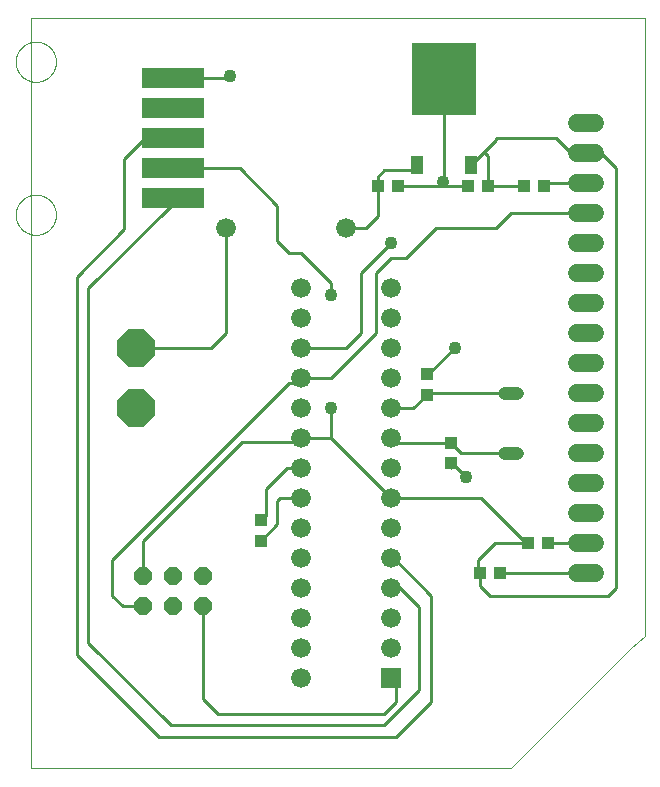
<source format=gtl>
G75*
%MOIN*%
%OFA0B0*%
%FSLAX25Y25*%
%IPPOS*%
%LPD*%
%AMOC8*
5,1,8,0,0,1.08239X$1,22.5*
%
%ADD10C,0.00000*%
%ADD11R,0.03937X0.04331*%
%ADD12R,0.04331X0.03937*%
%ADD13C,0.06600*%
%ADD14OC8,0.12400*%
%ADD15R,0.21260X0.24409*%
%ADD16R,0.03937X0.06299*%
%ADD17OC8,0.06000*%
%ADD18C,0.04400*%
%ADD19R,0.06600X0.06600*%
%ADD20R,0.21000X0.06500*%
%ADD21C,0.06000*%
%ADD22C,0.01000*%
%ADD23C,0.04356*%
D10*
X0016500Y0001000D02*
X0016500Y0250961D01*
X0221107Y0250961D01*
X0221107Y0045173D01*
X0216500Y0041000D01*
X0176500Y0001000D01*
X0016500Y0001000D01*
X0011500Y0185500D02*
X0011502Y0185664D01*
X0011508Y0185829D01*
X0011518Y0185993D01*
X0011532Y0186157D01*
X0011550Y0186320D01*
X0011573Y0186483D01*
X0011599Y0186645D01*
X0011629Y0186807D01*
X0011663Y0186968D01*
X0011701Y0187128D01*
X0011743Y0187287D01*
X0011788Y0187445D01*
X0011838Y0187602D01*
X0011892Y0187757D01*
X0011949Y0187911D01*
X0012010Y0188064D01*
X0012075Y0188215D01*
X0012143Y0188365D01*
X0012215Y0188512D01*
X0012291Y0188658D01*
X0012370Y0188802D01*
X0012453Y0188944D01*
X0012539Y0189084D01*
X0012629Y0189222D01*
X0012722Y0189358D01*
X0012819Y0189491D01*
X0012918Y0189622D01*
X0013021Y0189750D01*
X0013127Y0189876D01*
X0013236Y0189999D01*
X0013348Y0190120D01*
X0013462Y0190238D01*
X0013580Y0190352D01*
X0013701Y0190464D01*
X0013824Y0190573D01*
X0013950Y0190679D01*
X0014078Y0190782D01*
X0014209Y0190881D01*
X0014342Y0190978D01*
X0014478Y0191071D01*
X0014616Y0191161D01*
X0014756Y0191247D01*
X0014898Y0191330D01*
X0015042Y0191409D01*
X0015188Y0191485D01*
X0015335Y0191557D01*
X0015485Y0191625D01*
X0015636Y0191690D01*
X0015789Y0191751D01*
X0015943Y0191808D01*
X0016098Y0191862D01*
X0016255Y0191912D01*
X0016413Y0191957D01*
X0016572Y0191999D01*
X0016732Y0192037D01*
X0016893Y0192071D01*
X0017055Y0192101D01*
X0017217Y0192127D01*
X0017380Y0192150D01*
X0017543Y0192168D01*
X0017707Y0192182D01*
X0017871Y0192192D01*
X0018036Y0192198D01*
X0018200Y0192200D01*
X0018364Y0192198D01*
X0018529Y0192192D01*
X0018693Y0192182D01*
X0018857Y0192168D01*
X0019020Y0192150D01*
X0019183Y0192127D01*
X0019345Y0192101D01*
X0019507Y0192071D01*
X0019668Y0192037D01*
X0019828Y0191999D01*
X0019987Y0191957D01*
X0020145Y0191912D01*
X0020302Y0191862D01*
X0020457Y0191808D01*
X0020611Y0191751D01*
X0020764Y0191690D01*
X0020915Y0191625D01*
X0021065Y0191557D01*
X0021212Y0191485D01*
X0021358Y0191409D01*
X0021502Y0191330D01*
X0021644Y0191247D01*
X0021784Y0191161D01*
X0021922Y0191071D01*
X0022058Y0190978D01*
X0022191Y0190881D01*
X0022322Y0190782D01*
X0022450Y0190679D01*
X0022576Y0190573D01*
X0022699Y0190464D01*
X0022820Y0190352D01*
X0022938Y0190238D01*
X0023052Y0190120D01*
X0023164Y0189999D01*
X0023273Y0189876D01*
X0023379Y0189750D01*
X0023482Y0189622D01*
X0023581Y0189491D01*
X0023678Y0189358D01*
X0023771Y0189222D01*
X0023861Y0189084D01*
X0023947Y0188944D01*
X0024030Y0188802D01*
X0024109Y0188658D01*
X0024185Y0188512D01*
X0024257Y0188365D01*
X0024325Y0188215D01*
X0024390Y0188064D01*
X0024451Y0187911D01*
X0024508Y0187757D01*
X0024562Y0187602D01*
X0024612Y0187445D01*
X0024657Y0187287D01*
X0024699Y0187128D01*
X0024737Y0186968D01*
X0024771Y0186807D01*
X0024801Y0186645D01*
X0024827Y0186483D01*
X0024850Y0186320D01*
X0024868Y0186157D01*
X0024882Y0185993D01*
X0024892Y0185829D01*
X0024898Y0185664D01*
X0024900Y0185500D01*
X0024898Y0185336D01*
X0024892Y0185171D01*
X0024882Y0185007D01*
X0024868Y0184843D01*
X0024850Y0184680D01*
X0024827Y0184517D01*
X0024801Y0184355D01*
X0024771Y0184193D01*
X0024737Y0184032D01*
X0024699Y0183872D01*
X0024657Y0183713D01*
X0024612Y0183555D01*
X0024562Y0183398D01*
X0024508Y0183243D01*
X0024451Y0183089D01*
X0024390Y0182936D01*
X0024325Y0182785D01*
X0024257Y0182635D01*
X0024185Y0182488D01*
X0024109Y0182342D01*
X0024030Y0182198D01*
X0023947Y0182056D01*
X0023861Y0181916D01*
X0023771Y0181778D01*
X0023678Y0181642D01*
X0023581Y0181509D01*
X0023482Y0181378D01*
X0023379Y0181250D01*
X0023273Y0181124D01*
X0023164Y0181001D01*
X0023052Y0180880D01*
X0022938Y0180762D01*
X0022820Y0180648D01*
X0022699Y0180536D01*
X0022576Y0180427D01*
X0022450Y0180321D01*
X0022322Y0180218D01*
X0022191Y0180119D01*
X0022058Y0180022D01*
X0021922Y0179929D01*
X0021784Y0179839D01*
X0021644Y0179753D01*
X0021502Y0179670D01*
X0021358Y0179591D01*
X0021212Y0179515D01*
X0021065Y0179443D01*
X0020915Y0179375D01*
X0020764Y0179310D01*
X0020611Y0179249D01*
X0020457Y0179192D01*
X0020302Y0179138D01*
X0020145Y0179088D01*
X0019987Y0179043D01*
X0019828Y0179001D01*
X0019668Y0178963D01*
X0019507Y0178929D01*
X0019345Y0178899D01*
X0019183Y0178873D01*
X0019020Y0178850D01*
X0018857Y0178832D01*
X0018693Y0178818D01*
X0018529Y0178808D01*
X0018364Y0178802D01*
X0018200Y0178800D01*
X0018036Y0178802D01*
X0017871Y0178808D01*
X0017707Y0178818D01*
X0017543Y0178832D01*
X0017380Y0178850D01*
X0017217Y0178873D01*
X0017055Y0178899D01*
X0016893Y0178929D01*
X0016732Y0178963D01*
X0016572Y0179001D01*
X0016413Y0179043D01*
X0016255Y0179088D01*
X0016098Y0179138D01*
X0015943Y0179192D01*
X0015789Y0179249D01*
X0015636Y0179310D01*
X0015485Y0179375D01*
X0015335Y0179443D01*
X0015188Y0179515D01*
X0015042Y0179591D01*
X0014898Y0179670D01*
X0014756Y0179753D01*
X0014616Y0179839D01*
X0014478Y0179929D01*
X0014342Y0180022D01*
X0014209Y0180119D01*
X0014078Y0180218D01*
X0013950Y0180321D01*
X0013824Y0180427D01*
X0013701Y0180536D01*
X0013580Y0180648D01*
X0013462Y0180762D01*
X0013348Y0180880D01*
X0013236Y0181001D01*
X0013127Y0181124D01*
X0013021Y0181250D01*
X0012918Y0181378D01*
X0012819Y0181509D01*
X0012722Y0181642D01*
X0012629Y0181778D01*
X0012539Y0181916D01*
X0012453Y0182056D01*
X0012370Y0182198D01*
X0012291Y0182342D01*
X0012215Y0182488D01*
X0012143Y0182635D01*
X0012075Y0182785D01*
X0012010Y0182936D01*
X0011949Y0183089D01*
X0011892Y0183243D01*
X0011838Y0183398D01*
X0011788Y0183555D01*
X0011743Y0183713D01*
X0011701Y0183872D01*
X0011663Y0184032D01*
X0011629Y0184193D01*
X0011599Y0184355D01*
X0011573Y0184517D01*
X0011550Y0184680D01*
X0011532Y0184843D01*
X0011518Y0185007D01*
X0011508Y0185171D01*
X0011502Y0185336D01*
X0011500Y0185500D01*
X0011500Y0236500D02*
X0011502Y0236664D01*
X0011508Y0236829D01*
X0011518Y0236993D01*
X0011532Y0237157D01*
X0011550Y0237320D01*
X0011573Y0237483D01*
X0011599Y0237645D01*
X0011629Y0237807D01*
X0011663Y0237968D01*
X0011701Y0238128D01*
X0011743Y0238287D01*
X0011788Y0238445D01*
X0011838Y0238602D01*
X0011892Y0238757D01*
X0011949Y0238911D01*
X0012010Y0239064D01*
X0012075Y0239215D01*
X0012143Y0239365D01*
X0012215Y0239512D01*
X0012291Y0239658D01*
X0012370Y0239802D01*
X0012453Y0239944D01*
X0012539Y0240084D01*
X0012629Y0240222D01*
X0012722Y0240358D01*
X0012819Y0240491D01*
X0012918Y0240622D01*
X0013021Y0240750D01*
X0013127Y0240876D01*
X0013236Y0240999D01*
X0013348Y0241120D01*
X0013462Y0241238D01*
X0013580Y0241352D01*
X0013701Y0241464D01*
X0013824Y0241573D01*
X0013950Y0241679D01*
X0014078Y0241782D01*
X0014209Y0241881D01*
X0014342Y0241978D01*
X0014478Y0242071D01*
X0014616Y0242161D01*
X0014756Y0242247D01*
X0014898Y0242330D01*
X0015042Y0242409D01*
X0015188Y0242485D01*
X0015335Y0242557D01*
X0015485Y0242625D01*
X0015636Y0242690D01*
X0015789Y0242751D01*
X0015943Y0242808D01*
X0016098Y0242862D01*
X0016255Y0242912D01*
X0016413Y0242957D01*
X0016572Y0242999D01*
X0016732Y0243037D01*
X0016893Y0243071D01*
X0017055Y0243101D01*
X0017217Y0243127D01*
X0017380Y0243150D01*
X0017543Y0243168D01*
X0017707Y0243182D01*
X0017871Y0243192D01*
X0018036Y0243198D01*
X0018200Y0243200D01*
X0018364Y0243198D01*
X0018529Y0243192D01*
X0018693Y0243182D01*
X0018857Y0243168D01*
X0019020Y0243150D01*
X0019183Y0243127D01*
X0019345Y0243101D01*
X0019507Y0243071D01*
X0019668Y0243037D01*
X0019828Y0242999D01*
X0019987Y0242957D01*
X0020145Y0242912D01*
X0020302Y0242862D01*
X0020457Y0242808D01*
X0020611Y0242751D01*
X0020764Y0242690D01*
X0020915Y0242625D01*
X0021065Y0242557D01*
X0021212Y0242485D01*
X0021358Y0242409D01*
X0021502Y0242330D01*
X0021644Y0242247D01*
X0021784Y0242161D01*
X0021922Y0242071D01*
X0022058Y0241978D01*
X0022191Y0241881D01*
X0022322Y0241782D01*
X0022450Y0241679D01*
X0022576Y0241573D01*
X0022699Y0241464D01*
X0022820Y0241352D01*
X0022938Y0241238D01*
X0023052Y0241120D01*
X0023164Y0240999D01*
X0023273Y0240876D01*
X0023379Y0240750D01*
X0023482Y0240622D01*
X0023581Y0240491D01*
X0023678Y0240358D01*
X0023771Y0240222D01*
X0023861Y0240084D01*
X0023947Y0239944D01*
X0024030Y0239802D01*
X0024109Y0239658D01*
X0024185Y0239512D01*
X0024257Y0239365D01*
X0024325Y0239215D01*
X0024390Y0239064D01*
X0024451Y0238911D01*
X0024508Y0238757D01*
X0024562Y0238602D01*
X0024612Y0238445D01*
X0024657Y0238287D01*
X0024699Y0238128D01*
X0024737Y0237968D01*
X0024771Y0237807D01*
X0024801Y0237645D01*
X0024827Y0237483D01*
X0024850Y0237320D01*
X0024868Y0237157D01*
X0024882Y0236993D01*
X0024892Y0236829D01*
X0024898Y0236664D01*
X0024900Y0236500D01*
X0024898Y0236336D01*
X0024892Y0236171D01*
X0024882Y0236007D01*
X0024868Y0235843D01*
X0024850Y0235680D01*
X0024827Y0235517D01*
X0024801Y0235355D01*
X0024771Y0235193D01*
X0024737Y0235032D01*
X0024699Y0234872D01*
X0024657Y0234713D01*
X0024612Y0234555D01*
X0024562Y0234398D01*
X0024508Y0234243D01*
X0024451Y0234089D01*
X0024390Y0233936D01*
X0024325Y0233785D01*
X0024257Y0233635D01*
X0024185Y0233488D01*
X0024109Y0233342D01*
X0024030Y0233198D01*
X0023947Y0233056D01*
X0023861Y0232916D01*
X0023771Y0232778D01*
X0023678Y0232642D01*
X0023581Y0232509D01*
X0023482Y0232378D01*
X0023379Y0232250D01*
X0023273Y0232124D01*
X0023164Y0232001D01*
X0023052Y0231880D01*
X0022938Y0231762D01*
X0022820Y0231648D01*
X0022699Y0231536D01*
X0022576Y0231427D01*
X0022450Y0231321D01*
X0022322Y0231218D01*
X0022191Y0231119D01*
X0022058Y0231022D01*
X0021922Y0230929D01*
X0021784Y0230839D01*
X0021644Y0230753D01*
X0021502Y0230670D01*
X0021358Y0230591D01*
X0021212Y0230515D01*
X0021065Y0230443D01*
X0020915Y0230375D01*
X0020764Y0230310D01*
X0020611Y0230249D01*
X0020457Y0230192D01*
X0020302Y0230138D01*
X0020145Y0230088D01*
X0019987Y0230043D01*
X0019828Y0230001D01*
X0019668Y0229963D01*
X0019507Y0229929D01*
X0019345Y0229899D01*
X0019183Y0229873D01*
X0019020Y0229850D01*
X0018857Y0229832D01*
X0018693Y0229818D01*
X0018529Y0229808D01*
X0018364Y0229802D01*
X0018200Y0229800D01*
X0018036Y0229802D01*
X0017871Y0229808D01*
X0017707Y0229818D01*
X0017543Y0229832D01*
X0017380Y0229850D01*
X0017217Y0229873D01*
X0017055Y0229899D01*
X0016893Y0229929D01*
X0016732Y0229963D01*
X0016572Y0230001D01*
X0016413Y0230043D01*
X0016255Y0230088D01*
X0016098Y0230138D01*
X0015943Y0230192D01*
X0015789Y0230249D01*
X0015636Y0230310D01*
X0015485Y0230375D01*
X0015335Y0230443D01*
X0015188Y0230515D01*
X0015042Y0230591D01*
X0014898Y0230670D01*
X0014756Y0230753D01*
X0014616Y0230839D01*
X0014478Y0230929D01*
X0014342Y0231022D01*
X0014209Y0231119D01*
X0014078Y0231218D01*
X0013950Y0231321D01*
X0013824Y0231427D01*
X0013701Y0231536D01*
X0013580Y0231648D01*
X0013462Y0231762D01*
X0013348Y0231880D01*
X0013236Y0232001D01*
X0013127Y0232124D01*
X0013021Y0232250D01*
X0012918Y0232378D01*
X0012819Y0232509D01*
X0012722Y0232642D01*
X0012629Y0232778D01*
X0012539Y0232916D01*
X0012453Y0233056D01*
X0012370Y0233198D01*
X0012291Y0233342D01*
X0012215Y0233488D01*
X0012143Y0233635D01*
X0012075Y0233785D01*
X0012010Y0233936D01*
X0011949Y0234089D01*
X0011892Y0234243D01*
X0011838Y0234398D01*
X0011788Y0234555D01*
X0011743Y0234713D01*
X0011701Y0234872D01*
X0011663Y0235032D01*
X0011629Y0235193D01*
X0011599Y0235355D01*
X0011573Y0235517D01*
X0011550Y0235680D01*
X0011532Y0235843D01*
X0011518Y0236007D01*
X0011508Y0236171D01*
X0011502Y0236336D01*
X0011500Y0236500D01*
D11*
X0093311Y0083598D03*
X0093311Y0076906D03*
X0148626Y0125567D03*
X0148626Y0132260D03*
X0156500Y0109346D03*
X0156500Y0102654D03*
X0182091Y0076000D03*
X0188784Y0076000D03*
X0173036Y0066000D03*
X0166343Y0066000D03*
X0181028Y0194937D03*
X0187721Y0194937D03*
D12*
X0168784Y0194937D03*
X0162091Y0194937D03*
X0138784Y0194937D03*
X0132091Y0194937D03*
D13*
X0121500Y0181000D03*
X0106500Y0161000D03*
X0106500Y0151000D03*
X0106500Y0141000D03*
X0106500Y0131000D03*
X0106500Y0121000D03*
X0106500Y0111000D03*
X0106500Y0101000D03*
X0106500Y0091000D03*
X0106500Y0081000D03*
X0106500Y0071000D03*
X0106500Y0061000D03*
X0106500Y0051000D03*
X0106500Y0041000D03*
X0106500Y0031000D03*
X0136500Y0041000D03*
X0136500Y0051000D03*
X0136500Y0061000D03*
X0136500Y0071000D03*
X0136500Y0081000D03*
X0136500Y0091000D03*
X0136500Y0101000D03*
X0136500Y0111000D03*
X0136500Y0121000D03*
X0136500Y0131000D03*
X0136500Y0141000D03*
X0136500Y0151000D03*
X0136500Y0161000D03*
X0081500Y0181000D03*
D14*
X0051500Y0141000D03*
X0051500Y0121000D03*
D15*
X0154374Y0230843D03*
D16*
X0145398Y0202102D03*
X0163351Y0202102D03*
D17*
X0074059Y0065055D03*
X0074059Y0055055D03*
X0064059Y0055055D03*
X0054059Y0055055D03*
X0054059Y0065055D03*
X0064059Y0065055D03*
D18*
X0174300Y0106000D02*
X0178700Y0106000D01*
X0178700Y0126000D02*
X0174300Y0126000D01*
D19*
X0136500Y0031000D03*
D20*
X0064000Y0191000D03*
X0064000Y0201000D03*
X0064000Y0211000D03*
X0064000Y0221000D03*
X0064000Y0231000D03*
D21*
X0198500Y0216000D02*
X0204500Y0216000D01*
X0204500Y0206000D02*
X0198500Y0206000D01*
X0198500Y0196000D02*
X0204500Y0196000D01*
X0204500Y0186000D02*
X0198500Y0186000D01*
X0198500Y0176000D02*
X0204500Y0176000D01*
X0204500Y0166000D02*
X0198500Y0166000D01*
X0198500Y0156000D02*
X0204500Y0156000D01*
X0204500Y0146000D02*
X0198500Y0146000D01*
X0198500Y0136000D02*
X0204500Y0136000D01*
X0204500Y0126000D02*
X0198500Y0126000D01*
X0198500Y0116000D02*
X0204500Y0116000D01*
X0204500Y0106000D02*
X0198500Y0106000D01*
X0198500Y0096000D02*
X0204500Y0096000D01*
X0204500Y0086000D02*
X0198500Y0086000D01*
X0198500Y0076000D02*
X0204500Y0076000D01*
X0204500Y0066000D02*
X0198500Y0066000D01*
D22*
X0201500Y0066000D02*
X0173036Y0066000D01*
X0166343Y0066000D02*
X0166343Y0061827D01*
X0169611Y0058559D01*
X0209059Y0058559D01*
X0211500Y0061000D01*
X0211500Y0201000D01*
X0206500Y0206000D01*
X0201500Y0206000D01*
X0196500Y0206000D01*
X0191500Y0211000D01*
X0171500Y0211000D01*
X0171500Y0210252D01*
X0167544Y0206295D01*
X0168784Y0205055D01*
X0168784Y0194937D01*
X0181028Y0194937D01*
X0187721Y0194937D02*
X0188784Y0196000D01*
X0201500Y0196000D01*
X0201500Y0186000D02*
X0176500Y0186000D01*
X0171500Y0181000D01*
X0151500Y0181000D01*
X0141500Y0171000D01*
X0136500Y0171000D01*
X0131500Y0166000D01*
X0131500Y0146000D01*
X0116500Y0131000D01*
X0106500Y0131000D01*
X0104926Y0129425D01*
X0102681Y0129425D01*
X0043626Y0070370D01*
X0043626Y0058559D01*
X0047130Y0055055D01*
X0054059Y0055055D01*
X0054059Y0065055D02*
X0054059Y0076866D01*
X0086933Y0109740D01*
X0105241Y0109740D01*
X0106500Y0111000D01*
X0116500Y0111000D01*
X0136500Y0091000D01*
X0166500Y0091000D01*
X0181500Y0076000D01*
X0182091Y0076000D01*
X0171304Y0076000D01*
X0165674Y0070370D01*
X0165674Y0066669D01*
X0166343Y0066000D01*
X0149926Y0058559D02*
X0149926Y0023126D01*
X0138115Y0011315D01*
X0059374Y0011315D01*
X0031815Y0038874D01*
X0031815Y0164858D01*
X0047563Y0180606D01*
X0047563Y0204228D01*
X0055437Y0212102D01*
X0062898Y0212102D01*
X0064000Y0211000D01*
X0064000Y0201000D02*
X0086225Y0201000D01*
X0098744Y0188480D01*
X0098744Y0176669D01*
X0102681Y0172732D01*
X0106619Y0172732D01*
X0116500Y0162850D01*
X0116500Y0158913D01*
X0126500Y0166000D02*
X0136500Y0176000D01*
X0128154Y0181000D02*
X0132091Y0184937D01*
X0132091Y0194937D01*
X0132091Y0198205D01*
X0134178Y0200291D01*
X0143587Y0200291D01*
X0145398Y0202102D01*
X0138784Y0194937D02*
X0152445Y0194937D01*
X0153863Y0196354D01*
X0154374Y0196866D01*
X0154374Y0230843D01*
X0153863Y0234268D01*
X0167544Y0206295D02*
X0163351Y0202102D01*
X0162091Y0194937D02*
X0155280Y0194937D01*
X0153863Y0196354D01*
X0128154Y0181000D02*
X0121500Y0181000D01*
X0126500Y0166000D02*
X0126500Y0146000D01*
X0121500Y0141000D01*
X0106500Y0141000D01*
X0116500Y0121000D02*
X0116500Y0111000D01*
X0106500Y0101000D02*
X0101815Y0101000D01*
X0094807Y0093992D01*
X0094807Y0085094D01*
X0093311Y0083598D01*
X0098744Y0082339D02*
X0098744Y0090055D01*
X0099689Y0091000D01*
X0106500Y0091000D01*
X0098744Y0082339D02*
X0093311Y0076906D01*
X0074059Y0055055D02*
X0074059Y0024189D01*
X0079059Y0019189D01*
X0134178Y0019189D01*
X0138115Y0023126D01*
X0138115Y0029386D01*
X0136500Y0031000D01*
X0145989Y0027063D02*
X0134178Y0015252D01*
X0063311Y0015252D01*
X0035752Y0042811D01*
X0035752Y0160921D01*
X0063311Y0188480D01*
X0063311Y0190311D01*
X0064000Y0191000D01*
X0081500Y0181000D02*
X0081500Y0146000D01*
X0076500Y0141000D01*
X0051500Y0141000D01*
X0064000Y0231000D02*
X0082996Y0231000D01*
X0082996Y0231787D01*
X0157800Y0141236D02*
X0148823Y0132260D01*
X0148626Y0132260D01*
X0149059Y0126000D02*
X0176500Y0126000D01*
X0176500Y0106000D02*
X0159847Y0106000D01*
X0156500Y0109346D01*
X0138154Y0109346D01*
X0136500Y0111000D01*
X0136500Y0121000D02*
X0144059Y0121000D01*
X0148626Y0125567D01*
X0149059Y0126000D01*
X0156500Y0102654D02*
X0157012Y0102654D01*
X0161737Y0097929D01*
X0156500Y0101000D02*
X0156500Y0102654D01*
X0137485Y0071000D02*
X0149926Y0058559D01*
X0145989Y0054622D02*
X0145989Y0027063D01*
X0145989Y0054622D02*
X0139611Y0061000D01*
X0136500Y0061000D01*
X0136500Y0071000D02*
X0137485Y0071000D01*
X0188784Y0076000D02*
X0201500Y0076000D01*
D23*
X0161737Y0097929D03*
X0157800Y0141236D03*
X0136500Y0176000D03*
X0153863Y0196354D03*
X0116500Y0158913D03*
X0116500Y0121000D03*
X0082996Y0231787D03*
M02*

</source>
